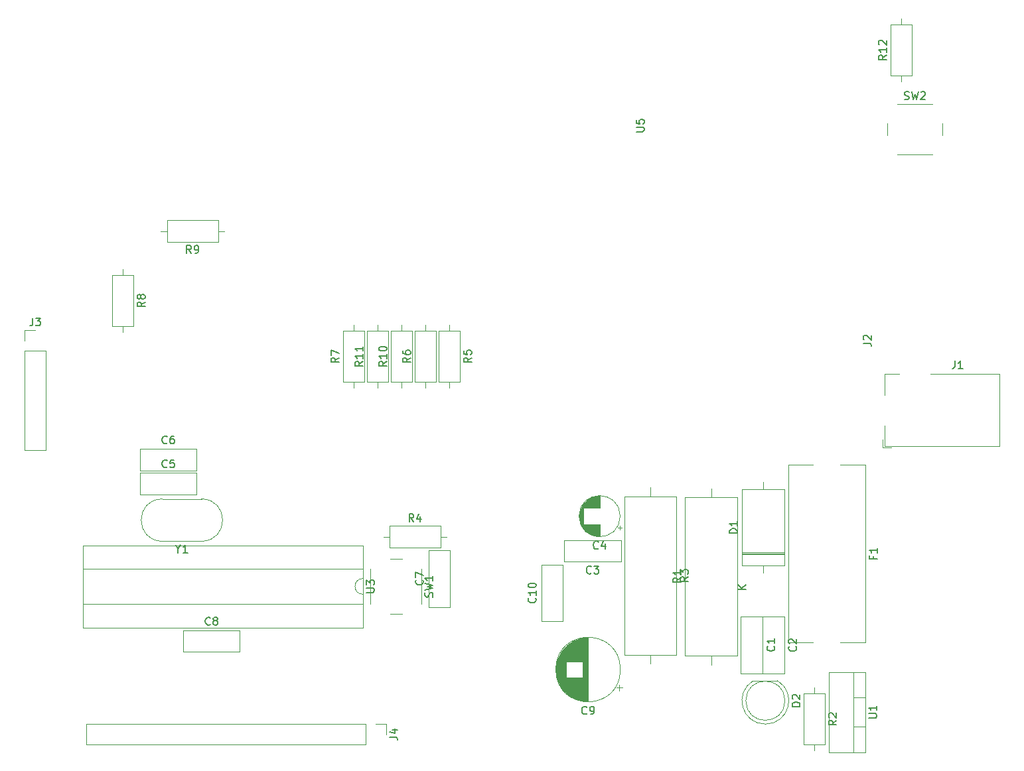
<source format=gbr>
%TF.GenerationSoftware,KiCad,Pcbnew,(5.1.6)-1*%
%TF.CreationDate,2021-04-21T16:58:09+02:00*%
%TF.ProjectId,_7SEG_CONTROL,5f375345-475f-4434-9f4e-54524f4c2e6b,rev?*%
%TF.SameCoordinates,Original*%
%TF.FileFunction,Legend,Top*%
%TF.FilePolarity,Positive*%
%FSLAX46Y46*%
G04 Gerber Fmt 4.6, Leading zero omitted, Abs format (unit mm)*
G04 Created by KiCad (PCBNEW (5.1.6)-1) date 2021-04-21 16:58:09*
%MOMM*%
%LPD*%
G01*
G04 APERTURE LIST*
%ADD10C,0.120000*%
%ADD11C,0.150000*%
G04 APERTURE END LIST*
D10*
%TO.C,SW2*%
X197088000Y-58573001D02*
X201588000Y-58573001D01*
X195838000Y-54573001D02*
X195838000Y-56073001D01*
X201588000Y-52073001D02*
X197088000Y-52073001D01*
X202838000Y-56073001D02*
X202838000Y-54573001D01*
%TO.C,J4*%
X93666000Y-131258000D02*
X93666000Y-133918000D01*
X129286000Y-131258000D02*
X93666000Y-131258000D01*
X129286000Y-133918000D02*
X93666000Y-133918000D01*
X129286000Y-131258000D02*
X129286000Y-133918000D01*
X130556000Y-131258000D02*
X131886000Y-131258000D01*
X131886000Y-131258000D02*
X131886000Y-132588000D01*
%TO.C,C1*%
X179876000Y-124794000D02*
X177136000Y-124794000D01*
X179876000Y-117554000D02*
X177136000Y-117554000D01*
X177136000Y-117554000D02*
X177136000Y-124794000D01*
X179876000Y-117554000D02*
X179876000Y-124794000D01*
%TO.C,C2*%
X182656000Y-117584000D02*
X182656000Y-124824000D01*
X179916000Y-117584000D02*
X179916000Y-124824000D01*
X182656000Y-117584000D02*
X179916000Y-117584000D01*
X182656000Y-124824000D02*
X179916000Y-124824000D01*
%TO.C,C3*%
X154606000Y-110514000D02*
X154606000Y-107774000D01*
X161846000Y-110514000D02*
X161846000Y-107774000D01*
X161846000Y-107774000D02*
X154606000Y-107774000D01*
X161846000Y-110514000D02*
X154606000Y-110514000D01*
%TO.C,C4*%
X161670775Y-106459000D02*
X161670775Y-105959000D01*
X161920775Y-106209000D02*
X161420775Y-106209000D01*
X156515000Y-105018000D02*
X156515000Y-104450000D01*
X156555000Y-105252000D02*
X156555000Y-104216000D01*
X156595000Y-105411000D02*
X156595000Y-104057000D01*
X156635000Y-105539000D02*
X156635000Y-103929000D01*
X156675000Y-105649000D02*
X156675000Y-103819000D01*
X156715000Y-105745000D02*
X156715000Y-103723000D01*
X156755000Y-105832000D02*
X156755000Y-103636000D01*
X156795000Y-105912000D02*
X156795000Y-103556000D01*
X156835000Y-105985000D02*
X156835000Y-103483000D01*
X156875000Y-106053000D02*
X156875000Y-103415000D01*
X156915000Y-106117000D02*
X156915000Y-103351000D01*
X156955000Y-106177000D02*
X156955000Y-103291000D01*
X156995000Y-106234000D02*
X156995000Y-103234000D01*
X157035000Y-106288000D02*
X157035000Y-103180000D01*
X157075000Y-106339000D02*
X157075000Y-103129000D01*
X157115000Y-103694000D02*
X157115000Y-103081000D01*
X157115000Y-106387000D02*
X157115000Y-105774000D01*
X157155000Y-103694000D02*
X157155000Y-103035000D01*
X157155000Y-106433000D02*
X157155000Y-105774000D01*
X157195000Y-103694000D02*
X157195000Y-102991000D01*
X157195000Y-106477000D02*
X157195000Y-105774000D01*
X157235000Y-103694000D02*
X157235000Y-102949000D01*
X157235000Y-106519000D02*
X157235000Y-105774000D01*
X157275000Y-103694000D02*
X157275000Y-102908000D01*
X157275000Y-106560000D02*
X157275000Y-105774000D01*
X157315000Y-103694000D02*
X157315000Y-102870000D01*
X157315000Y-106598000D02*
X157315000Y-105774000D01*
X157355000Y-103694000D02*
X157355000Y-102833000D01*
X157355000Y-106635000D02*
X157355000Y-105774000D01*
X157395000Y-103694000D02*
X157395000Y-102797000D01*
X157395000Y-106671000D02*
X157395000Y-105774000D01*
X157435000Y-103694000D02*
X157435000Y-102763000D01*
X157435000Y-106705000D02*
X157435000Y-105774000D01*
X157475000Y-103694000D02*
X157475000Y-102730000D01*
X157475000Y-106738000D02*
X157475000Y-105774000D01*
X157515000Y-103694000D02*
X157515000Y-102699000D01*
X157515000Y-106769000D02*
X157515000Y-105774000D01*
X157555000Y-103694000D02*
X157555000Y-102669000D01*
X157555000Y-106799000D02*
X157555000Y-105774000D01*
X157595000Y-103694000D02*
X157595000Y-102639000D01*
X157595000Y-106829000D02*
X157595000Y-105774000D01*
X157635000Y-103694000D02*
X157635000Y-102612000D01*
X157635000Y-106856000D02*
X157635000Y-105774000D01*
X157675000Y-103694000D02*
X157675000Y-102585000D01*
X157675000Y-106883000D02*
X157675000Y-105774000D01*
X157715000Y-103694000D02*
X157715000Y-102559000D01*
X157715000Y-106909000D02*
X157715000Y-105774000D01*
X157755000Y-103694000D02*
X157755000Y-102534000D01*
X157755000Y-106934000D02*
X157755000Y-105774000D01*
X157795000Y-103694000D02*
X157795000Y-102510000D01*
X157795000Y-106958000D02*
X157795000Y-105774000D01*
X157835000Y-103694000D02*
X157835000Y-102487000D01*
X157835000Y-106981000D02*
X157835000Y-105774000D01*
X157875000Y-103694000D02*
X157875000Y-102466000D01*
X157875000Y-107002000D02*
X157875000Y-105774000D01*
X157915000Y-103694000D02*
X157915000Y-102444000D01*
X157915000Y-107024000D02*
X157915000Y-105774000D01*
X157955000Y-103694000D02*
X157955000Y-102424000D01*
X157955000Y-107044000D02*
X157955000Y-105774000D01*
X157995000Y-103694000D02*
X157995000Y-102405000D01*
X157995000Y-107063000D02*
X157995000Y-105774000D01*
X158035000Y-103694000D02*
X158035000Y-102386000D01*
X158035000Y-107082000D02*
X158035000Y-105774000D01*
X158075000Y-103694000D02*
X158075000Y-102369000D01*
X158075000Y-107099000D02*
X158075000Y-105774000D01*
X158115000Y-103694000D02*
X158115000Y-102352000D01*
X158115000Y-107116000D02*
X158115000Y-105774000D01*
X158155000Y-103694000D02*
X158155000Y-102336000D01*
X158155000Y-107132000D02*
X158155000Y-105774000D01*
X158195000Y-103694000D02*
X158195000Y-102320000D01*
X158195000Y-107148000D02*
X158195000Y-105774000D01*
X158235000Y-103694000D02*
X158235000Y-102306000D01*
X158235000Y-107162000D02*
X158235000Y-105774000D01*
X158275000Y-103694000D02*
X158275000Y-102292000D01*
X158275000Y-107176000D02*
X158275000Y-105774000D01*
X158315000Y-103694000D02*
X158315000Y-102279000D01*
X158315000Y-107189000D02*
X158315000Y-105774000D01*
X158355000Y-103694000D02*
X158355000Y-102266000D01*
X158355000Y-107202000D02*
X158355000Y-105774000D01*
X158395000Y-103694000D02*
X158395000Y-102254000D01*
X158395000Y-107214000D02*
X158395000Y-105774000D01*
X158436000Y-103694000D02*
X158436000Y-102243000D01*
X158436000Y-107225000D02*
X158436000Y-105774000D01*
X158476000Y-103694000D02*
X158476000Y-102233000D01*
X158476000Y-107235000D02*
X158476000Y-105774000D01*
X158516000Y-103694000D02*
X158516000Y-102223000D01*
X158516000Y-107245000D02*
X158516000Y-105774000D01*
X158556000Y-103694000D02*
X158556000Y-102214000D01*
X158556000Y-107254000D02*
X158556000Y-105774000D01*
X158596000Y-103694000D02*
X158596000Y-102206000D01*
X158596000Y-107262000D02*
X158596000Y-105774000D01*
X158636000Y-103694000D02*
X158636000Y-102198000D01*
X158636000Y-107270000D02*
X158636000Y-105774000D01*
X158676000Y-103694000D02*
X158676000Y-102191000D01*
X158676000Y-107277000D02*
X158676000Y-105774000D01*
X158716000Y-103694000D02*
X158716000Y-102184000D01*
X158716000Y-107284000D02*
X158716000Y-105774000D01*
X158756000Y-103694000D02*
X158756000Y-102178000D01*
X158756000Y-107290000D02*
X158756000Y-105774000D01*
X158796000Y-103694000D02*
X158796000Y-102173000D01*
X158796000Y-107295000D02*
X158796000Y-105774000D01*
X158836000Y-103694000D02*
X158836000Y-102169000D01*
X158836000Y-107299000D02*
X158836000Y-105774000D01*
X158876000Y-103694000D02*
X158876000Y-102165000D01*
X158876000Y-107303000D02*
X158876000Y-105774000D01*
X158916000Y-103694000D02*
X158916000Y-102161000D01*
X158916000Y-107307000D02*
X158916000Y-105774000D01*
X158956000Y-103694000D02*
X158956000Y-102158000D01*
X158956000Y-107310000D02*
X158956000Y-105774000D01*
X158996000Y-103694000D02*
X158996000Y-102156000D01*
X158996000Y-107312000D02*
X158996000Y-105774000D01*
X159036000Y-103694000D02*
X159036000Y-102155000D01*
X159036000Y-107313000D02*
X159036000Y-105774000D01*
X159076000Y-107314000D02*
X159076000Y-105774000D01*
X159076000Y-103694000D02*
X159076000Y-102154000D01*
X159116000Y-107314000D02*
X159116000Y-105774000D01*
X159116000Y-103694000D02*
X159116000Y-102154000D01*
X161736000Y-104734000D02*
G75*
G03*
X161736000Y-104734000I-2620000J0D01*
G01*
%TO.C,C5*%
X100480000Y-99214000D02*
X107720000Y-99214000D01*
X100480000Y-101954000D02*
X107720000Y-101954000D01*
X100480000Y-99214000D02*
X100480000Y-101954000D01*
X107720000Y-99214000D02*
X107720000Y-101954000D01*
%TO.C,C6*%
X107720000Y-96166000D02*
X107720000Y-98906000D01*
X100480000Y-96166000D02*
X100480000Y-98906000D01*
X100480000Y-98906000D02*
X107720000Y-98906000D01*
X100480000Y-96166000D02*
X107720000Y-96166000D01*
%TO.C,C7*%
X137296000Y-109104000D02*
X140036000Y-109104000D01*
X137296000Y-116344000D02*
X140036000Y-116344000D01*
X140036000Y-116344000D02*
X140036000Y-109104000D01*
X137296000Y-116344000D02*
X137296000Y-109104000D01*
%TO.C,C8*%
X105986000Y-119324000D02*
X113226000Y-119324000D01*
X105986000Y-122064000D02*
X113226000Y-122064000D01*
X105986000Y-119324000D02*
X105986000Y-122064000D01*
X113226000Y-119324000D02*
X113226000Y-122064000D01*
%TO.C,C9*%
X161655698Y-127039000D02*
X161655698Y-126239000D01*
X162055698Y-126639000D02*
X161255698Y-126639000D01*
X153565000Y-124857000D02*
X153565000Y-123791000D01*
X153605000Y-125092000D02*
X153605000Y-123556000D01*
X153645000Y-125272000D02*
X153645000Y-123376000D01*
X153685000Y-125422000D02*
X153685000Y-123226000D01*
X153725000Y-125553000D02*
X153725000Y-123095000D01*
X153765000Y-125670000D02*
X153765000Y-122978000D01*
X153805000Y-125777000D02*
X153805000Y-122871000D01*
X153845000Y-125876000D02*
X153845000Y-122772000D01*
X153885000Y-125969000D02*
X153885000Y-122679000D01*
X153925000Y-126055000D02*
X153925000Y-122593000D01*
X153965000Y-126137000D02*
X153965000Y-122511000D01*
X154005000Y-126214000D02*
X154005000Y-122434000D01*
X154045000Y-126288000D02*
X154045000Y-122360000D01*
X154085000Y-126358000D02*
X154085000Y-122290000D01*
X154125000Y-126426000D02*
X154125000Y-122222000D01*
X154165000Y-126490000D02*
X154165000Y-122158000D01*
X154205000Y-126552000D02*
X154205000Y-122096000D01*
X154245000Y-126611000D02*
X154245000Y-122037000D01*
X154285000Y-126669000D02*
X154285000Y-121979000D01*
X154325000Y-126724000D02*
X154325000Y-121924000D01*
X154365000Y-126778000D02*
X154365000Y-121870000D01*
X154405000Y-126829000D02*
X154405000Y-121819000D01*
X154445000Y-126880000D02*
X154445000Y-121768000D01*
X154485000Y-126928000D02*
X154485000Y-121720000D01*
X154525000Y-126975000D02*
X154525000Y-121673000D01*
X154565000Y-127021000D02*
X154565000Y-121627000D01*
X154605000Y-127065000D02*
X154605000Y-121583000D01*
X154645000Y-127108000D02*
X154645000Y-121540000D01*
X154685000Y-127150000D02*
X154685000Y-121498000D01*
X154725000Y-127191000D02*
X154725000Y-121457000D01*
X154765000Y-127231000D02*
X154765000Y-121417000D01*
X154805000Y-127269000D02*
X154805000Y-121379000D01*
X154845000Y-127307000D02*
X154845000Y-121341000D01*
X154885000Y-123284000D02*
X154885000Y-121305000D01*
X154885000Y-127343000D02*
X154885000Y-125364000D01*
X154925000Y-123284000D02*
X154925000Y-121269000D01*
X154925000Y-127379000D02*
X154925000Y-125364000D01*
X154965000Y-123284000D02*
X154965000Y-121234000D01*
X154965000Y-127414000D02*
X154965000Y-125364000D01*
X155005000Y-123284000D02*
X155005000Y-121200000D01*
X155005000Y-127448000D02*
X155005000Y-125364000D01*
X155045000Y-123284000D02*
X155045000Y-121168000D01*
X155045000Y-127480000D02*
X155045000Y-125364000D01*
X155085000Y-123284000D02*
X155085000Y-121135000D01*
X155085000Y-127513000D02*
X155085000Y-125364000D01*
X155125000Y-123284000D02*
X155125000Y-121104000D01*
X155125000Y-127544000D02*
X155125000Y-125364000D01*
X155165000Y-123284000D02*
X155165000Y-121074000D01*
X155165000Y-127574000D02*
X155165000Y-125364000D01*
X155205000Y-123284000D02*
X155205000Y-121044000D01*
X155205000Y-127604000D02*
X155205000Y-125364000D01*
X155245000Y-123284000D02*
X155245000Y-121015000D01*
X155245000Y-127633000D02*
X155245000Y-125364000D01*
X155285000Y-123284000D02*
X155285000Y-120986000D01*
X155285000Y-127662000D02*
X155285000Y-125364000D01*
X155325000Y-123284000D02*
X155325000Y-120959000D01*
X155325000Y-127689000D02*
X155325000Y-125364000D01*
X155365000Y-123284000D02*
X155365000Y-120932000D01*
X155365000Y-127716000D02*
X155365000Y-125364000D01*
X155405000Y-123284000D02*
X155405000Y-120906000D01*
X155405000Y-127742000D02*
X155405000Y-125364000D01*
X155445000Y-123284000D02*
X155445000Y-120880000D01*
X155445000Y-127768000D02*
X155445000Y-125364000D01*
X155485000Y-123284000D02*
X155485000Y-120855000D01*
X155485000Y-127793000D02*
X155485000Y-125364000D01*
X155525000Y-123284000D02*
X155525000Y-120831000D01*
X155525000Y-127817000D02*
X155525000Y-125364000D01*
X155565000Y-123284000D02*
X155565000Y-120807000D01*
X155565000Y-127841000D02*
X155565000Y-125364000D01*
X155605000Y-123284000D02*
X155605000Y-120784000D01*
X155605000Y-127864000D02*
X155605000Y-125364000D01*
X155645000Y-123284000D02*
X155645000Y-120762000D01*
X155645000Y-127886000D02*
X155645000Y-125364000D01*
X155685000Y-123284000D02*
X155685000Y-120740000D01*
X155685000Y-127908000D02*
X155685000Y-125364000D01*
X155725000Y-123284000D02*
X155725000Y-120718000D01*
X155725000Y-127930000D02*
X155725000Y-125364000D01*
X155765000Y-123284000D02*
X155765000Y-120697000D01*
X155765000Y-127951000D02*
X155765000Y-125364000D01*
X155805000Y-123284000D02*
X155805000Y-120677000D01*
X155805000Y-127971000D02*
X155805000Y-125364000D01*
X155845000Y-123284000D02*
X155845000Y-120658000D01*
X155845000Y-127990000D02*
X155845000Y-125364000D01*
X155885000Y-123284000D02*
X155885000Y-120638000D01*
X155885000Y-128010000D02*
X155885000Y-125364000D01*
X155925000Y-123284000D02*
X155925000Y-120620000D01*
X155925000Y-128028000D02*
X155925000Y-125364000D01*
X155965000Y-123284000D02*
X155965000Y-120602000D01*
X155965000Y-128046000D02*
X155965000Y-125364000D01*
X156005000Y-123284000D02*
X156005000Y-120584000D01*
X156005000Y-128064000D02*
X156005000Y-125364000D01*
X156045000Y-123284000D02*
X156045000Y-120567000D01*
X156045000Y-128081000D02*
X156045000Y-125364000D01*
X156085000Y-123284000D02*
X156085000Y-120550000D01*
X156085000Y-128098000D02*
X156085000Y-125364000D01*
X156125000Y-123284000D02*
X156125000Y-120534000D01*
X156125000Y-128114000D02*
X156125000Y-125364000D01*
X156165000Y-123284000D02*
X156165000Y-120519000D01*
X156165000Y-128129000D02*
X156165000Y-125364000D01*
X156205000Y-123284000D02*
X156205000Y-120503000D01*
X156205000Y-128145000D02*
X156205000Y-125364000D01*
X156245000Y-123284000D02*
X156245000Y-120489000D01*
X156245000Y-128159000D02*
X156245000Y-125364000D01*
X156285000Y-123284000D02*
X156285000Y-120474000D01*
X156285000Y-128174000D02*
X156285000Y-125364000D01*
X156325000Y-123284000D02*
X156325000Y-120461000D01*
X156325000Y-128187000D02*
X156325000Y-125364000D01*
X156365000Y-123284000D02*
X156365000Y-120447000D01*
X156365000Y-128201000D02*
X156365000Y-125364000D01*
X156405000Y-123284000D02*
X156405000Y-120435000D01*
X156405000Y-128213000D02*
X156405000Y-125364000D01*
X156445000Y-123284000D02*
X156445000Y-120422000D01*
X156445000Y-128226000D02*
X156445000Y-125364000D01*
X156485000Y-123284000D02*
X156485000Y-120410000D01*
X156485000Y-128238000D02*
X156485000Y-125364000D01*
X156525000Y-123284000D02*
X156525000Y-120399000D01*
X156525000Y-128249000D02*
X156525000Y-125364000D01*
X156565000Y-123284000D02*
X156565000Y-120388000D01*
X156565000Y-128260000D02*
X156565000Y-125364000D01*
X156605000Y-123284000D02*
X156605000Y-120377000D01*
X156605000Y-128271000D02*
X156605000Y-125364000D01*
X156645000Y-123284000D02*
X156645000Y-120367000D01*
X156645000Y-128281000D02*
X156645000Y-125364000D01*
X156685000Y-123284000D02*
X156685000Y-120357000D01*
X156685000Y-128291000D02*
X156685000Y-125364000D01*
X156725000Y-123284000D02*
X156725000Y-120348000D01*
X156725000Y-128300000D02*
X156725000Y-125364000D01*
X156765000Y-123284000D02*
X156765000Y-120339000D01*
X156765000Y-128309000D02*
X156765000Y-125364000D01*
X156805000Y-123284000D02*
X156805000Y-120330000D01*
X156805000Y-128318000D02*
X156805000Y-125364000D01*
X156845000Y-123284000D02*
X156845000Y-120322000D01*
X156845000Y-128326000D02*
X156845000Y-125364000D01*
X156885000Y-123284000D02*
X156885000Y-120314000D01*
X156885000Y-128334000D02*
X156885000Y-125364000D01*
X156925000Y-123284000D02*
X156925000Y-120307000D01*
X156925000Y-128341000D02*
X156925000Y-125364000D01*
X156966000Y-128348000D02*
X156966000Y-120300000D01*
X157006000Y-128354000D02*
X157006000Y-120294000D01*
X157046000Y-128361000D02*
X157046000Y-120287000D01*
X157086000Y-128366000D02*
X157086000Y-120282000D01*
X157126000Y-128372000D02*
X157126000Y-120276000D01*
X157166000Y-128376000D02*
X157166000Y-120272000D01*
X157206000Y-128381000D02*
X157206000Y-120267000D01*
X157246000Y-128385000D02*
X157246000Y-120263000D01*
X157286000Y-128389000D02*
X157286000Y-120259000D01*
X157326000Y-128392000D02*
X157326000Y-120256000D01*
X157366000Y-128395000D02*
X157366000Y-120253000D01*
X157406000Y-128398000D02*
X157406000Y-120250000D01*
X157446000Y-128400000D02*
X157446000Y-120248000D01*
X157486000Y-128401000D02*
X157486000Y-120247000D01*
X157526000Y-128403000D02*
X157526000Y-120245000D01*
X157566000Y-128404000D02*
X157566000Y-120244000D01*
X157606000Y-128404000D02*
X157606000Y-120244000D01*
X157646000Y-128404000D02*
X157646000Y-120244000D01*
X161766000Y-124324000D02*
G75*
G03*
X161766000Y-124324000I-4120000J0D01*
G01*
%TO.C,C10*%
X151686000Y-118164000D02*
X151686000Y-110924000D01*
X154426000Y-118164000D02*
X154426000Y-110924000D01*
X151686000Y-118164000D02*
X154426000Y-118164000D01*
X151686000Y-110924000D02*
X154426000Y-110924000D01*
%TO.C,D1*%
X177236000Y-109609000D02*
X182676000Y-109609000D01*
X177236000Y-109369000D02*
X182676000Y-109369000D01*
X177236000Y-109489000D02*
X182676000Y-109489000D01*
X179956000Y-100384000D02*
X179956000Y-101294000D01*
X179956000Y-111944000D02*
X179956000Y-111034000D01*
X177236000Y-101294000D02*
X177236000Y-111034000D01*
X182676000Y-101294000D02*
X177236000Y-101294000D01*
X182676000Y-111034000D02*
X182676000Y-101294000D01*
X177236000Y-111034000D02*
X182676000Y-111034000D01*
%TO.C,D2*%
X181811000Y-125744000D02*
X178721000Y-125744000D01*
X182766000Y-128304000D02*
G75*
G03*
X182766000Y-128304000I-2500000J0D01*
G01*
X180265538Y-131294000D02*
G75*
G03*
X181810830Y-125744000I462J2990000D01*
G01*
X180266462Y-131294000D02*
G75*
G02*
X178721170Y-125744000I-462J2990000D01*
G01*
%TO.C,F1*%
X183166000Y-98174000D02*
X186326000Y-98174000D01*
X183166000Y-98174000D02*
X183166000Y-120894000D01*
X192986000Y-98174000D02*
X192986000Y-120894000D01*
X189826000Y-98174000D02*
X192986000Y-98174000D01*
X189826000Y-120894000D02*
X192986000Y-120894000D01*
X183166000Y-120894000D02*
X186326000Y-120894000D01*
%TO.C,J1*%
X195442000Y-95786000D02*
X195442000Y-93186000D01*
X210142000Y-95786000D02*
X195442000Y-95786000D01*
X195442000Y-86586000D02*
X197342000Y-86586000D01*
X195442000Y-89286000D02*
X195442000Y-86586000D01*
X210142000Y-86586000D02*
X210142000Y-95786000D01*
X201342000Y-86586000D02*
X210142000Y-86586000D01*
X196292000Y-95986000D02*
X195242000Y-95986000D01*
X195242000Y-94936000D02*
X195242000Y-95986000D01*
%TO.C,R1*%
X170036000Y-122554000D02*
X176676000Y-122554000D01*
X176676000Y-122554000D02*
X176676000Y-102314000D01*
X176676000Y-102314000D02*
X170036000Y-102314000D01*
X170036000Y-102314000D02*
X170036000Y-122554000D01*
X173356000Y-123694000D02*
X173356000Y-122554000D01*
X173356000Y-101174000D02*
X173356000Y-102314000D01*
%TO.C,R2*%
X187876000Y-127374000D02*
X185136000Y-127374000D01*
X185136000Y-127374000D02*
X185136000Y-133914000D01*
X185136000Y-133914000D02*
X187876000Y-133914000D01*
X187876000Y-133914000D02*
X187876000Y-127374000D01*
X186506000Y-126604000D02*
X186506000Y-127374000D01*
X186506000Y-134684000D02*
X186506000Y-133914000D01*
%TO.C,R3*%
X165616000Y-123584000D02*
X165616000Y-122444000D01*
X165616000Y-101064000D02*
X165616000Y-102204000D01*
X168936000Y-122444000D02*
X168936000Y-102204000D01*
X162296000Y-122444000D02*
X168936000Y-122444000D01*
X162296000Y-102204000D02*
X162296000Y-122444000D01*
X168936000Y-102204000D02*
X162296000Y-102204000D01*
%TO.C,R4*%
X139596000Y-107354000D02*
X138826000Y-107354000D01*
X131516000Y-107354000D02*
X132286000Y-107354000D01*
X138826000Y-105984000D02*
X132286000Y-105984000D01*
X138826000Y-108724000D02*
X138826000Y-105984000D01*
X132286000Y-108724000D02*
X138826000Y-108724000D01*
X132286000Y-105984000D02*
X132286000Y-108724000D01*
%TO.C,SW1*%
X132386000Y-117224000D02*
X133886000Y-117224000D01*
X136386000Y-115974000D02*
X136386000Y-111474000D01*
X133886000Y-110224000D02*
X132386000Y-110224000D01*
X129886000Y-111474000D02*
X129886000Y-115974000D01*
%TO.C,U1*%
X193006000Y-131605000D02*
X191496000Y-131605000D01*
X193006000Y-127904000D02*
X191496000Y-127904000D01*
X191496000Y-124634000D02*
X191496000Y-134874000D01*
X193006000Y-134874000D02*
X188365000Y-134874000D01*
X193006000Y-124634000D02*
X188365000Y-124634000D01*
X188365000Y-124634000D02*
X188365000Y-134874000D01*
X193006000Y-124634000D02*
X193006000Y-134874000D01*
%TO.C,U3*%
X128966000Y-118954000D02*
X128966000Y-108454000D01*
X93166000Y-118954000D02*
X128966000Y-118954000D01*
X93166000Y-108454000D02*
X93166000Y-118954000D01*
X128966000Y-108454000D02*
X93166000Y-108454000D01*
X128906000Y-115954000D02*
X128906000Y-114704000D01*
X93226000Y-115954000D02*
X128906000Y-115954000D01*
X93226000Y-111454000D02*
X93226000Y-115954000D01*
X128906000Y-111454000D02*
X93226000Y-111454000D01*
X128906000Y-112704000D02*
X128906000Y-111454000D01*
X128906000Y-114704000D02*
G75*
G02*
X128906000Y-112704000I0J1000000D01*
G01*
%TO.C,Y1*%
X108326000Y-102534000D02*
X103326000Y-102534000D01*
X108326000Y-107934000D02*
X103326000Y-107934000D01*
X108326000Y-102534000D02*
G75*
G02*
X108326000Y-107934000I0J-2700000D01*
G01*
X103326000Y-102534000D02*
G75*
G03*
X103326000Y-107934000I0J-2700000D01*
G01*
%TO.C,R5*%
X141324000Y-81058000D02*
X138584000Y-81058000D01*
X138584000Y-81058000D02*
X138584000Y-87598000D01*
X138584000Y-87598000D02*
X141324000Y-87598000D01*
X141324000Y-87598000D02*
X141324000Y-81058000D01*
X139954000Y-80288000D02*
X139954000Y-81058000D01*
X139954000Y-88368000D02*
X139954000Y-87598000D01*
%TO.C,R6*%
X136906000Y-80288000D02*
X136906000Y-81058000D01*
X136906000Y-88368000D02*
X136906000Y-87598000D01*
X135536000Y-81058000D02*
X135536000Y-87598000D01*
X138276000Y-81058000D02*
X135536000Y-81058000D01*
X138276000Y-87598000D02*
X138276000Y-81058000D01*
X135536000Y-87598000D02*
X138276000Y-87598000D01*
%TO.C,R7*%
X126392000Y-87598000D02*
X129132000Y-87598000D01*
X129132000Y-87598000D02*
X129132000Y-81058000D01*
X129132000Y-81058000D02*
X126392000Y-81058000D01*
X126392000Y-81058000D02*
X126392000Y-87598000D01*
X127762000Y-88368000D02*
X127762000Y-87598000D01*
X127762000Y-80288000D02*
X127762000Y-81058000D01*
%TO.C,R8*%
X99668000Y-73946000D02*
X96928000Y-73946000D01*
X96928000Y-73946000D02*
X96928000Y-80486000D01*
X96928000Y-80486000D02*
X99668000Y-80486000D01*
X99668000Y-80486000D02*
X99668000Y-73946000D01*
X98298000Y-73176000D02*
X98298000Y-73946000D01*
X98298000Y-81256000D02*
X98298000Y-80486000D01*
%TO.C,R9*%
X103148000Y-68326000D02*
X103918000Y-68326000D01*
X111228000Y-68326000D02*
X110458000Y-68326000D01*
X103918000Y-69696000D02*
X110458000Y-69696000D01*
X103918000Y-66956000D02*
X103918000Y-69696000D01*
X110458000Y-66956000D02*
X103918000Y-66956000D01*
X110458000Y-69696000D02*
X110458000Y-66956000D01*
%TO.C,R10*%
X132488000Y-87598000D02*
X135228000Y-87598000D01*
X135228000Y-87598000D02*
X135228000Y-81058000D01*
X135228000Y-81058000D02*
X132488000Y-81058000D01*
X132488000Y-81058000D02*
X132488000Y-87598000D01*
X133858000Y-88368000D02*
X133858000Y-87598000D01*
X133858000Y-80288000D02*
X133858000Y-81058000D01*
%TO.C,R11*%
X130810000Y-80288000D02*
X130810000Y-81058000D01*
X130810000Y-88368000D02*
X130810000Y-87598000D01*
X129440000Y-81058000D02*
X129440000Y-87598000D01*
X132180000Y-81058000D02*
X129440000Y-81058000D01*
X132180000Y-87598000D02*
X132180000Y-81058000D01*
X129440000Y-87598000D02*
X132180000Y-87598000D01*
%TO.C,R12*%
X196242000Y-48482000D02*
X198982000Y-48482000D01*
X198982000Y-48482000D02*
X198982000Y-41942000D01*
X198982000Y-41942000D02*
X196242000Y-41942000D01*
X196242000Y-41942000D02*
X196242000Y-48482000D01*
X197612000Y-49252000D02*
X197612000Y-48482000D01*
X197612000Y-41172000D02*
X197612000Y-41942000D01*
%TO.C,J3*%
X85792000Y-80966000D02*
X87122000Y-80966000D01*
X85792000Y-82296000D02*
X85792000Y-80966000D01*
X85792000Y-83566000D02*
X88452000Y-83566000D01*
X88452000Y-83566000D02*
X88452000Y-96326000D01*
X85792000Y-83566000D02*
X85792000Y-96326000D01*
X85792000Y-96326000D02*
X88452000Y-96326000D01*
%TO.C,U5*%
D11*
X163798380Y-55625904D02*
X164607904Y-55625904D01*
X164703142Y-55578285D01*
X164750761Y-55530666D01*
X164798380Y-55435428D01*
X164798380Y-55244952D01*
X164750761Y-55149714D01*
X164703142Y-55102095D01*
X164607904Y-55054476D01*
X163798380Y-55054476D01*
X163798380Y-54102095D02*
X163798380Y-54578285D01*
X164274571Y-54625904D01*
X164226952Y-54578285D01*
X164179333Y-54483047D01*
X164179333Y-54244952D01*
X164226952Y-54149714D01*
X164274571Y-54102095D01*
X164369809Y-54054476D01*
X164607904Y-54054476D01*
X164703142Y-54102095D01*
X164750761Y-54149714D01*
X164798380Y-54244952D01*
X164798380Y-54483047D01*
X164750761Y-54578285D01*
X164703142Y-54625904D01*
%TO.C,SW2*%
X198004666Y-51477762D02*
X198147523Y-51525381D01*
X198385619Y-51525381D01*
X198480857Y-51477762D01*
X198528476Y-51430143D01*
X198576095Y-51334905D01*
X198576095Y-51239667D01*
X198528476Y-51144429D01*
X198480857Y-51096810D01*
X198385619Y-51049191D01*
X198195142Y-51001572D01*
X198099904Y-50953953D01*
X198052285Y-50906334D01*
X198004666Y-50811096D01*
X198004666Y-50715858D01*
X198052285Y-50620620D01*
X198099904Y-50573001D01*
X198195142Y-50525381D01*
X198433238Y-50525381D01*
X198576095Y-50573001D01*
X198909428Y-50525381D02*
X199147523Y-51525381D01*
X199338000Y-50811096D01*
X199528476Y-51525381D01*
X199766571Y-50525381D01*
X200099904Y-50620620D02*
X200147523Y-50573001D01*
X200242761Y-50525381D01*
X200480857Y-50525381D01*
X200576095Y-50573001D01*
X200623714Y-50620620D01*
X200671333Y-50715858D01*
X200671333Y-50811096D01*
X200623714Y-50953953D01*
X200052285Y-51525381D01*
X200671333Y-51525381D01*
%TO.C,J4*%
X132338380Y-132921333D02*
X133052666Y-132921333D01*
X133195523Y-132968952D01*
X133290761Y-133064190D01*
X133338380Y-133207047D01*
X133338380Y-133302285D01*
X132671714Y-132016571D02*
X133338380Y-132016571D01*
X132290761Y-132254666D02*
X133005047Y-132492761D01*
X133005047Y-131873714D01*
%TO.C,C1*%
X181363142Y-121340666D02*
X181410761Y-121388285D01*
X181458380Y-121531142D01*
X181458380Y-121626380D01*
X181410761Y-121769238D01*
X181315523Y-121864476D01*
X181220285Y-121912095D01*
X181029809Y-121959714D01*
X180886952Y-121959714D01*
X180696476Y-121912095D01*
X180601238Y-121864476D01*
X180506000Y-121769238D01*
X180458380Y-121626380D01*
X180458380Y-121531142D01*
X180506000Y-121388285D01*
X180553619Y-121340666D01*
X181458380Y-120388285D02*
X181458380Y-120959714D01*
X181458380Y-120674000D02*
X180458380Y-120674000D01*
X180601238Y-120769238D01*
X180696476Y-120864476D01*
X180744095Y-120959714D01*
%TO.C,C2*%
X184143142Y-121370666D02*
X184190761Y-121418285D01*
X184238380Y-121561142D01*
X184238380Y-121656380D01*
X184190761Y-121799238D01*
X184095523Y-121894476D01*
X184000285Y-121942095D01*
X183809809Y-121989714D01*
X183666952Y-121989714D01*
X183476476Y-121942095D01*
X183381238Y-121894476D01*
X183286000Y-121799238D01*
X183238380Y-121656380D01*
X183238380Y-121561142D01*
X183286000Y-121418285D01*
X183333619Y-121370666D01*
X183333619Y-120989714D02*
X183286000Y-120942095D01*
X183238380Y-120846857D01*
X183238380Y-120608761D01*
X183286000Y-120513523D01*
X183333619Y-120465904D01*
X183428857Y-120418285D01*
X183524095Y-120418285D01*
X183666952Y-120465904D01*
X184238380Y-121037333D01*
X184238380Y-120418285D01*
%TO.C,C3*%
X158059333Y-112001142D02*
X158011714Y-112048761D01*
X157868857Y-112096380D01*
X157773619Y-112096380D01*
X157630761Y-112048761D01*
X157535523Y-111953523D01*
X157487904Y-111858285D01*
X157440285Y-111667809D01*
X157440285Y-111524952D01*
X157487904Y-111334476D01*
X157535523Y-111239238D01*
X157630761Y-111144000D01*
X157773619Y-111096380D01*
X157868857Y-111096380D01*
X158011714Y-111144000D01*
X158059333Y-111191619D01*
X158392666Y-111096380D02*
X159011714Y-111096380D01*
X158678380Y-111477333D01*
X158821238Y-111477333D01*
X158916476Y-111524952D01*
X158964095Y-111572571D01*
X159011714Y-111667809D01*
X159011714Y-111905904D01*
X158964095Y-112001142D01*
X158916476Y-112048761D01*
X158821238Y-112096380D01*
X158535523Y-112096380D01*
X158440285Y-112048761D01*
X158392666Y-112001142D01*
%TO.C,C4*%
X158949333Y-108841142D02*
X158901714Y-108888761D01*
X158758857Y-108936380D01*
X158663619Y-108936380D01*
X158520761Y-108888761D01*
X158425523Y-108793523D01*
X158377904Y-108698285D01*
X158330285Y-108507809D01*
X158330285Y-108364952D01*
X158377904Y-108174476D01*
X158425523Y-108079238D01*
X158520761Y-107984000D01*
X158663619Y-107936380D01*
X158758857Y-107936380D01*
X158901714Y-107984000D01*
X158949333Y-108031619D01*
X159806476Y-108269714D02*
X159806476Y-108936380D01*
X159568380Y-107888761D02*
X159330285Y-108603047D01*
X159949333Y-108603047D01*
%TO.C,C5*%
X103933333Y-98441142D02*
X103885714Y-98488761D01*
X103742857Y-98536380D01*
X103647619Y-98536380D01*
X103504761Y-98488761D01*
X103409523Y-98393523D01*
X103361904Y-98298285D01*
X103314285Y-98107809D01*
X103314285Y-97964952D01*
X103361904Y-97774476D01*
X103409523Y-97679238D01*
X103504761Y-97584000D01*
X103647619Y-97536380D01*
X103742857Y-97536380D01*
X103885714Y-97584000D01*
X103933333Y-97631619D01*
X104838095Y-97536380D02*
X104361904Y-97536380D01*
X104314285Y-98012571D01*
X104361904Y-97964952D01*
X104457142Y-97917333D01*
X104695238Y-97917333D01*
X104790476Y-97964952D01*
X104838095Y-98012571D01*
X104885714Y-98107809D01*
X104885714Y-98345904D01*
X104838095Y-98441142D01*
X104790476Y-98488761D01*
X104695238Y-98536380D01*
X104457142Y-98536380D01*
X104361904Y-98488761D01*
X104314285Y-98441142D01*
%TO.C,C6*%
X103933333Y-95393142D02*
X103885714Y-95440761D01*
X103742857Y-95488380D01*
X103647619Y-95488380D01*
X103504761Y-95440761D01*
X103409523Y-95345523D01*
X103361904Y-95250285D01*
X103314285Y-95059809D01*
X103314285Y-94916952D01*
X103361904Y-94726476D01*
X103409523Y-94631238D01*
X103504761Y-94536000D01*
X103647619Y-94488380D01*
X103742857Y-94488380D01*
X103885714Y-94536000D01*
X103933333Y-94583619D01*
X104790476Y-94488380D02*
X104600000Y-94488380D01*
X104504761Y-94536000D01*
X104457142Y-94583619D01*
X104361904Y-94726476D01*
X104314285Y-94916952D01*
X104314285Y-95297904D01*
X104361904Y-95393142D01*
X104409523Y-95440761D01*
X104504761Y-95488380D01*
X104695238Y-95488380D01*
X104790476Y-95440761D01*
X104838095Y-95393142D01*
X104885714Y-95297904D01*
X104885714Y-95059809D01*
X104838095Y-94964571D01*
X104790476Y-94916952D01*
X104695238Y-94869333D01*
X104504761Y-94869333D01*
X104409523Y-94916952D01*
X104361904Y-94964571D01*
X104314285Y-95059809D01*
%TO.C,C7*%
X136523142Y-112890666D02*
X136570761Y-112938285D01*
X136618380Y-113081142D01*
X136618380Y-113176380D01*
X136570761Y-113319238D01*
X136475523Y-113414476D01*
X136380285Y-113462095D01*
X136189809Y-113509714D01*
X136046952Y-113509714D01*
X135856476Y-113462095D01*
X135761238Y-113414476D01*
X135666000Y-113319238D01*
X135618380Y-113176380D01*
X135618380Y-113081142D01*
X135666000Y-112938285D01*
X135713619Y-112890666D01*
X135618380Y-112557333D02*
X135618380Y-111890666D01*
X136618380Y-112319238D01*
%TO.C,C8*%
X109439333Y-118551142D02*
X109391714Y-118598761D01*
X109248857Y-118646380D01*
X109153619Y-118646380D01*
X109010761Y-118598761D01*
X108915523Y-118503523D01*
X108867904Y-118408285D01*
X108820285Y-118217809D01*
X108820285Y-118074952D01*
X108867904Y-117884476D01*
X108915523Y-117789238D01*
X109010761Y-117694000D01*
X109153619Y-117646380D01*
X109248857Y-117646380D01*
X109391714Y-117694000D01*
X109439333Y-117741619D01*
X110010761Y-118074952D02*
X109915523Y-118027333D01*
X109867904Y-117979714D01*
X109820285Y-117884476D01*
X109820285Y-117836857D01*
X109867904Y-117741619D01*
X109915523Y-117694000D01*
X110010761Y-117646380D01*
X110201238Y-117646380D01*
X110296476Y-117694000D01*
X110344095Y-117741619D01*
X110391714Y-117836857D01*
X110391714Y-117884476D01*
X110344095Y-117979714D01*
X110296476Y-118027333D01*
X110201238Y-118074952D01*
X110010761Y-118074952D01*
X109915523Y-118122571D01*
X109867904Y-118170190D01*
X109820285Y-118265428D01*
X109820285Y-118455904D01*
X109867904Y-118551142D01*
X109915523Y-118598761D01*
X110010761Y-118646380D01*
X110201238Y-118646380D01*
X110296476Y-118598761D01*
X110344095Y-118551142D01*
X110391714Y-118455904D01*
X110391714Y-118265428D01*
X110344095Y-118170190D01*
X110296476Y-118122571D01*
X110201238Y-118074952D01*
%TO.C,C9*%
X157479333Y-129931142D02*
X157431714Y-129978761D01*
X157288857Y-130026380D01*
X157193619Y-130026380D01*
X157050761Y-129978761D01*
X156955523Y-129883523D01*
X156907904Y-129788285D01*
X156860285Y-129597809D01*
X156860285Y-129454952D01*
X156907904Y-129264476D01*
X156955523Y-129169238D01*
X157050761Y-129074000D01*
X157193619Y-129026380D01*
X157288857Y-129026380D01*
X157431714Y-129074000D01*
X157479333Y-129121619D01*
X157955523Y-130026380D02*
X158146000Y-130026380D01*
X158241238Y-129978761D01*
X158288857Y-129931142D01*
X158384095Y-129788285D01*
X158431714Y-129597809D01*
X158431714Y-129216857D01*
X158384095Y-129121619D01*
X158336476Y-129074000D01*
X158241238Y-129026380D01*
X158050761Y-129026380D01*
X157955523Y-129074000D01*
X157907904Y-129121619D01*
X157860285Y-129216857D01*
X157860285Y-129454952D01*
X157907904Y-129550190D01*
X157955523Y-129597809D01*
X158050761Y-129645428D01*
X158241238Y-129645428D01*
X158336476Y-129597809D01*
X158384095Y-129550190D01*
X158431714Y-129454952D01*
%TO.C,C10*%
X150913142Y-115186857D02*
X150960761Y-115234476D01*
X151008380Y-115377333D01*
X151008380Y-115472571D01*
X150960761Y-115615428D01*
X150865523Y-115710666D01*
X150770285Y-115758285D01*
X150579809Y-115805904D01*
X150436952Y-115805904D01*
X150246476Y-115758285D01*
X150151238Y-115710666D01*
X150056000Y-115615428D01*
X150008380Y-115472571D01*
X150008380Y-115377333D01*
X150056000Y-115234476D01*
X150103619Y-115186857D01*
X151008380Y-114234476D02*
X151008380Y-114805904D01*
X151008380Y-114520190D02*
X150008380Y-114520190D01*
X150151238Y-114615428D01*
X150246476Y-114710666D01*
X150294095Y-114805904D01*
X150008380Y-113615428D02*
X150008380Y-113520190D01*
X150056000Y-113424952D01*
X150103619Y-113377333D01*
X150198857Y-113329714D01*
X150389333Y-113282095D01*
X150627428Y-113282095D01*
X150817904Y-113329714D01*
X150913142Y-113377333D01*
X150960761Y-113424952D01*
X151008380Y-113520190D01*
X151008380Y-113615428D01*
X150960761Y-113710666D01*
X150913142Y-113758285D01*
X150817904Y-113805904D01*
X150627428Y-113853523D01*
X150389333Y-113853523D01*
X150198857Y-113805904D01*
X150103619Y-113758285D01*
X150056000Y-113710666D01*
X150008380Y-113615428D01*
%TO.C,D1*%
X176688380Y-106902095D02*
X175688380Y-106902095D01*
X175688380Y-106664000D01*
X175736000Y-106521142D01*
X175831238Y-106425904D01*
X175926476Y-106378285D01*
X176116952Y-106330666D01*
X176259809Y-106330666D01*
X176450285Y-106378285D01*
X176545523Y-106425904D01*
X176640761Y-106521142D01*
X176688380Y-106664000D01*
X176688380Y-106902095D01*
X176688380Y-105378285D02*
X176688380Y-105949714D01*
X176688380Y-105664000D02*
X175688380Y-105664000D01*
X175831238Y-105759238D01*
X175926476Y-105854476D01*
X175974095Y-105949714D01*
X177808380Y-114045904D02*
X176808380Y-114045904D01*
X177808380Y-113474476D02*
X177236952Y-113903047D01*
X176808380Y-113474476D02*
X177379809Y-114045904D01*
%TO.C,D2*%
X184678380Y-129042095D02*
X183678380Y-129042095D01*
X183678380Y-128804000D01*
X183726000Y-128661142D01*
X183821238Y-128565904D01*
X183916476Y-128518285D01*
X184106952Y-128470666D01*
X184249809Y-128470666D01*
X184440285Y-128518285D01*
X184535523Y-128565904D01*
X184630761Y-128661142D01*
X184678380Y-128804000D01*
X184678380Y-129042095D01*
X183773619Y-128089714D02*
X183726000Y-128042095D01*
X183678380Y-127946857D01*
X183678380Y-127708761D01*
X183726000Y-127613523D01*
X183773619Y-127565904D01*
X183868857Y-127518285D01*
X183964095Y-127518285D01*
X184106952Y-127565904D01*
X184678380Y-128137333D01*
X184678380Y-127518285D01*
%TO.C,F1*%
X194004571Y-109867333D02*
X194004571Y-110200666D01*
X194528380Y-110200666D02*
X193528380Y-110200666D01*
X193528380Y-109724476D01*
X194528380Y-108819714D02*
X194528380Y-109391142D01*
X194528380Y-109105428D02*
X193528380Y-109105428D01*
X193671238Y-109200666D01*
X193766476Y-109295904D01*
X193814095Y-109391142D01*
%TO.C,J1*%
X204458666Y-84888380D02*
X204458666Y-85602666D01*
X204411047Y-85745523D01*
X204315809Y-85840761D01*
X204172952Y-85888380D01*
X204077714Y-85888380D01*
X205458666Y-85888380D02*
X204887238Y-85888380D01*
X205172952Y-85888380D02*
X205172952Y-84888380D01*
X205077714Y-85031238D01*
X204982476Y-85126476D01*
X204887238Y-85174095D01*
%TO.C,R1*%
X169488380Y-112600666D02*
X169012190Y-112934000D01*
X169488380Y-113172095D02*
X168488380Y-113172095D01*
X168488380Y-112791142D01*
X168536000Y-112695904D01*
X168583619Y-112648285D01*
X168678857Y-112600666D01*
X168821714Y-112600666D01*
X168916952Y-112648285D01*
X168964571Y-112695904D01*
X169012190Y-112791142D01*
X169012190Y-113172095D01*
X169488380Y-111648285D02*
X169488380Y-112219714D01*
X169488380Y-111934000D02*
X168488380Y-111934000D01*
X168631238Y-112029238D01*
X168726476Y-112124476D01*
X168774095Y-112219714D01*
%TO.C,R2*%
X189328380Y-130810666D02*
X188852190Y-131144000D01*
X189328380Y-131382095D02*
X188328380Y-131382095D01*
X188328380Y-131001142D01*
X188376000Y-130905904D01*
X188423619Y-130858285D01*
X188518857Y-130810666D01*
X188661714Y-130810666D01*
X188756952Y-130858285D01*
X188804571Y-130905904D01*
X188852190Y-131001142D01*
X188852190Y-131382095D01*
X188423619Y-130429714D02*
X188376000Y-130382095D01*
X188328380Y-130286857D01*
X188328380Y-130048761D01*
X188376000Y-129953523D01*
X188423619Y-129905904D01*
X188518857Y-129858285D01*
X188614095Y-129858285D01*
X188756952Y-129905904D01*
X189328380Y-130477333D01*
X189328380Y-129858285D01*
%TO.C,R3*%
X170388380Y-112490666D02*
X169912190Y-112824000D01*
X170388380Y-113062095D02*
X169388380Y-113062095D01*
X169388380Y-112681142D01*
X169436000Y-112585904D01*
X169483619Y-112538285D01*
X169578857Y-112490666D01*
X169721714Y-112490666D01*
X169816952Y-112538285D01*
X169864571Y-112585904D01*
X169912190Y-112681142D01*
X169912190Y-113062095D01*
X169388380Y-112157333D02*
X169388380Y-111538285D01*
X169769333Y-111871619D01*
X169769333Y-111728761D01*
X169816952Y-111633523D01*
X169864571Y-111585904D01*
X169959809Y-111538285D01*
X170197904Y-111538285D01*
X170293142Y-111585904D01*
X170340761Y-111633523D01*
X170388380Y-111728761D01*
X170388380Y-112014476D01*
X170340761Y-112109714D01*
X170293142Y-112157333D01*
%TO.C,R4*%
X135389333Y-105436380D02*
X135056000Y-104960190D01*
X134817904Y-105436380D02*
X134817904Y-104436380D01*
X135198857Y-104436380D01*
X135294095Y-104484000D01*
X135341714Y-104531619D01*
X135389333Y-104626857D01*
X135389333Y-104769714D01*
X135341714Y-104864952D01*
X135294095Y-104912571D01*
X135198857Y-104960190D01*
X134817904Y-104960190D01*
X136246476Y-104769714D02*
X136246476Y-105436380D01*
X136008380Y-104388761D02*
X135770285Y-105103047D01*
X136389333Y-105103047D01*
%TO.C,SW1*%
X137790761Y-115057333D02*
X137838380Y-114914476D01*
X137838380Y-114676380D01*
X137790761Y-114581142D01*
X137743142Y-114533523D01*
X137647904Y-114485904D01*
X137552666Y-114485904D01*
X137457428Y-114533523D01*
X137409809Y-114581142D01*
X137362190Y-114676380D01*
X137314571Y-114866857D01*
X137266952Y-114962095D01*
X137219333Y-115009714D01*
X137124095Y-115057333D01*
X137028857Y-115057333D01*
X136933619Y-115009714D01*
X136886000Y-114962095D01*
X136838380Y-114866857D01*
X136838380Y-114628761D01*
X136886000Y-114485904D01*
X136838380Y-114152571D02*
X137838380Y-113914476D01*
X137124095Y-113724000D01*
X137838380Y-113533523D01*
X136838380Y-113295428D01*
X137838380Y-112390666D02*
X137838380Y-112962095D01*
X137838380Y-112676380D02*
X136838380Y-112676380D01*
X136981238Y-112771619D01*
X137076476Y-112866857D01*
X137124095Y-112962095D01*
%TO.C,U1*%
X193458380Y-130515904D02*
X194267904Y-130515904D01*
X194363142Y-130468285D01*
X194410761Y-130420666D01*
X194458380Y-130325428D01*
X194458380Y-130134952D01*
X194410761Y-130039714D01*
X194363142Y-129992095D01*
X194267904Y-129944476D01*
X193458380Y-129944476D01*
X194458380Y-128944476D02*
X194458380Y-129515904D01*
X194458380Y-129230190D02*
X193458380Y-129230190D01*
X193601238Y-129325428D01*
X193696476Y-129420666D01*
X193744095Y-129515904D01*
%TO.C,U3*%
X129358380Y-114465904D02*
X130167904Y-114465904D01*
X130263142Y-114418285D01*
X130310761Y-114370666D01*
X130358380Y-114275428D01*
X130358380Y-114084952D01*
X130310761Y-113989714D01*
X130263142Y-113942095D01*
X130167904Y-113894476D01*
X129358380Y-113894476D01*
X129358380Y-113513523D02*
X129358380Y-112894476D01*
X129739333Y-113227809D01*
X129739333Y-113084952D01*
X129786952Y-112989714D01*
X129834571Y-112942095D01*
X129929809Y-112894476D01*
X130167904Y-112894476D01*
X130263142Y-112942095D01*
X130310761Y-112989714D01*
X130358380Y-113084952D01*
X130358380Y-113370666D01*
X130310761Y-113465904D01*
X130263142Y-113513523D01*
%TO.C,Y1*%
X105349809Y-108910190D02*
X105349809Y-109386380D01*
X105016476Y-108386380D02*
X105349809Y-108910190D01*
X105683142Y-108386380D01*
X106540285Y-109386380D02*
X105968857Y-109386380D01*
X106254571Y-109386380D02*
X106254571Y-108386380D01*
X106159333Y-108529238D01*
X106064095Y-108624476D01*
X105968857Y-108672095D01*
%TO.C,R5*%
X142776380Y-84494666D02*
X142300190Y-84828000D01*
X142776380Y-85066095D02*
X141776380Y-85066095D01*
X141776380Y-84685142D01*
X141824000Y-84589904D01*
X141871619Y-84542285D01*
X141966857Y-84494666D01*
X142109714Y-84494666D01*
X142204952Y-84542285D01*
X142252571Y-84589904D01*
X142300190Y-84685142D01*
X142300190Y-85066095D01*
X141776380Y-83589904D02*
X141776380Y-84066095D01*
X142252571Y-84113714D01*
X142204952Y-84066095D01*
X142157333Y-83970857D01*
X142157333Y-83732761D01*
X142204952Y-83637523D01*
X142252571Y-83589904D01*
X142347809Y-83542285D01*
X142585904Y-83542285D01*
X142681142Y-83589904D01*
X142728761Y-83637523D01*
X142776380Y-83732761D01*
X142776380Y-83970857D01*
X142728761Y-84066095D01*
X142681142Y-84113714D01*
%TO.C,R6*%
X134988380Y-84494666D02*
X134512190Y-84828000D01*
X134988380Y-85066095D02*
X133988380Y-85066095D01*
X133988380Y-84685142D01*
X134036000Y-84589904D01*
X134083619Y-84542285D01*
X134178857Y-84494666D01*
X134321714Y-84494666D01*
X134416952Y-84542285D01*
X134464571Y-84589904D01*
X134512190Y-84685142D01*
X134512190Y-85066095D01*
X133988380Y-83637523D02*
X133988380Y-83828000D01*
X134036000Y-83923238D01*
X134083619Y-83970857D01*
X134226476Y-84066095D01*
X134416952Y-84113714D01*
X134797904Y-84113714D01*
X134893142Y-84066095D01*
X134940761Y-84018476D01*
X134988380Y-83923238D01*
X134988380Y-83732761D01*
X134940761Y-83637523D01*
X134893142Y-83589904D01*
X134797904Y-83542285D01*
X134559809Y-83542285D01*
X134464571Y-83589904D01*
X134416952Y-83637523D01*
X134369333Y-83732761D01*
X134369333Y-83923238D01*
X134416952Y-84018476D01*
X134464571Y-84066095D01*
X134559809Y-84113714D01*
%TO.C,R7*%
X125844380Y-84494666D02*
X125368190Y-84828000D01*
X125844380Y-85066095D02*
X124844380Y-85066095D01*
X124844380Y-84685142D01*
X124892000Y-84589904D01*
X124939619Y-84542285D01*
X125034857Y-84494666D01*
X125177714Y-84494666D01*
X125272952Y-84542285D01*
X125320571Y-84589904D01*
X125368190Y-84685142D01*
X125368190Y-85066095D01*
X124844380Y-84161333D02*
X124844380Y-83494666D01*
X125844380Y-83923238D01*
%TO.C,R8*%
X101120380Y-77382666D02*
X100644190Y-77716000D01*
X101120380Y-77954095D02*
X100120380Y-77954095D01*
X100120380Y-77573142D01*
X100168000Y-77477904D01*
X100215619Y-77430285D01*
X100310857Y-77382666D01*
X100453714Y-77382666D01*
X100548952Y-77430285D01*
X100596571Y-77477904D01*
X100644190Y-77573142D01*
X100644190Y-77954095D01*
X100548952Y-76811238D02*
X100501333Y-76906476D01*
X100453714Y-76954095D01*
X100358476Y-77001714D01*
X100310857Y-77001714D01*
X100215619Y-76954095D01*
X100168000Y-76906476D01*
X100120380Y-76811238D01*
X100120380Y-76620761D01*
X100168000Y-76525523D01*
X100215619Y-76477904D01*
X100310857Y-76430285D01*
X100358476Y-76430285D01*
X100453714Y-76477904D01*
X100501333Y-76525523D01*
X100548952Y-76620761D01*
X100548952Y-76811238D01*
X100596571Y-76906476D01*
X100644190Y-76954095D01*
X100739428Y-77001714D01*
X100929904Y-77001714D01*
X101025142Y-76954095D01*
X101072761Y-76906476D01*
X101120380Y-76811238D01*
X101120380Y-76620761D01*
X101072761Y-76525523D01*
X101025142Y-76477904D01*
X100929904Y-76430285D01*
X100739428Y-76430285D01*
X100644190Y-76477904D01*
X100596571Y-76525523D01*
X100548952Y-76620761D01*
%TO.C,R9*%
X107021333Y-71148380D02*
X106688000Y-70672190D01*
X106449904Y-71148380D02*
X106449904Y-70148380D01*
X106830857Y-70148380D01*
X106926095Y-70196000D01*
X106973714Y-70243619D01*
X107021333Y-70338857D01*
X107021333Y-70481714D01*
X106973714Y-70576952D01*
X106926095Y-70624571D01*
X106830857Y-70672190D01*
X106449904Y-70672190D01*
X107497523Y-71148380D02*
X107688000Y-71148380D01*
X107783238Y-71100761D01*
X107830857Y-71053142D01*
X107926095Y-70910285D01*
X107973714Y-70719809D01*
X107973714Y-70338857D01*
X107926095Y-70243619D01*
X107878476Y-70196000D01*
X107783238Y-70148380D01*
X107592761Y-70148380D01*
X107497523Y-70196000D01*
X107449904Y-70243619D01*
X107402285Y-70338857D01*
X107402285Y-70576952D01*
X107449904Y-70672190D01*
X107497523Y-70719809D01*
X107592761Y-70767428D01*
X107783238Y-70767428D01*
X107878476Y-70719809D01*
X107926095Y-70672190D01*
X107973714Y-70576952D01*
%TO.C,R10*%
X131940380Y-84970857D02*
X131464190Y-85304190D01*
X131940380Y-85542285D02*
X130940380Y-85542285D01*
X130940380Y-85161333D01*
X130988000Y-85066095D01*
X131035619Y-85018476D01*
X131130857Y-84970857D01*
X131273714Y-84970857D01*
X131368952Y-85018476D01*
X131416571Y-85066095D01*
X131464190Y-85161333D01*
X131464190Y-85542285D01*
X131940380Y-84018476D02*
X131940380Y-84589904D01*
X131940380Y-84304190D02*
X130940380Y-84304190D01*
X131083238Y-84399428D01*
X131178476Y-84494666D01*
X131226095Y-84589904D01*
X130940380Y-83399428D02*
X130940380Y-83304190D01*
X130988000Y-83208952D01*
X131035619Y-83161333D01*
X131130857Y-83113714D01*
X131321333Y-83066095D01*
X131559428Y-83066095D01*
X131749904Y-83113714D01*
X131845142Y-83161333D01*
X131892761Y-83208952D01*
X131940380Y-83304190D01*
X131940380Y-83399428D01*
X131892761Y-83494666D01*
X131845142Y-83542285D01*
X131749904Y-83589904D01*
X131559428Y-83637523D01*
X131321333Y-83637523D01*
X131130857Y-83589904D01*
X131035619Y-83542285D01*
X130988000Y-83494666D01*
X130940380Y-83399428D01*
%TO.C,R11*%
X128892380Y-84970857D02*
X128416190Y-85304190D01*
X128892380Y-85542285D02*
X127892380Y-85542285D01*
X127892380Y-85161333D01*
X127940000Y-85066095D01*
X127987619Y-85018476D01*
X128082857Y-84970857D01*
X128225714Y-84970857D01*
X128320952Y-85018476D01*
X128368571Y-85066095D01*
X128416190Y-85161333D01*
X128416190Y-85542285D01*
X128892380Y-84018476D02*
X128892380Y-84589904D01*
X128892380Y-84304190D02*
X127892380Y-84304190D01*
X128035238Y-84399428D01*
X128130476Y-84494666D01*
X128178095Y-84589904D01*
X128892380Y-83066095D02*
X128892380Y-83637523D01*
X128892380Y-83351809D02*
X127892380Y-83351809D01*
X128035238Y-83447047D01*
X128130476Y-83542285D01*
X128178095Y-83637523D01*
%TO.C,J2*%
X192746380Y-82629333D02*
X193460666Y-82629333D01*
X193603523Y-82676952D01*
X193698761Y-82772190D01*
X193746380Y-82915047D01*
X193746380Y-83010285D01*
X192841619Y-82200761D02*
X192794000Y-82153142D01*
X192746380Y-82057904D01*
X192746380Y-81819809D01*
X192794000Y-81724571D01*
X192841619Y-81676952D01*
X192936857Y-81629333D01*
X193032095Y-81629333D01*
X193174952Y-81676952D01*
X193746380Y-82248380D01*
X193746380Y-81629333D01*
%TO.C,R12*%
X195694380Y-45854857D02*
X195218190Y-46188190D01*
X195694380Y-46426285D02*
X194694380Y-46426285D01*
X194694380Y-46045333D01*
X194742000Y-45950095D01*
X194789619Y-45902476D01*
X194884857Y-45854857D01*
X195027714Y-45854857D01*
X195122952Y-45902476D01*
X195170571Y-45950095D01*
X195218190Y-46045333D01*
X195218190Y-46426285D01*
X195694380Y-44902476D02*
X195694380Y-45473904D01*
X195694380Y-45188190D02*
X194694380Y-45188190D01*
X194837238Y-45283428D01*
X194932476Y-45378666D01*
X194980095Y-45473904D01*
X194789619Y-44521523D02*
X194742000Y-44473904D01*
X194694380Y-44378666D01*
X194694380Y-44140571D01*
X194742000Y-44045333D01*
X194789619Y-43997714D01*
X194884857Y-43950095D01*
X194980095Y-43950095D01*
X195122952Y-43997714D01*
X195694380Y-44569142D01*
X195694380Y-43950095D01*
%TO.C,J3*%
X86788666Y-79418380D02*
X86788666Y-80132666D01*
X86741047Y-80275523D01*
X86645809Y-80370761D01*
X86502952Y-80418380D01*
X86407714Y-80418380D01*
X87169619Y-79418380D02*
X87788666Y-79418380D01*
X87455333Y-79799333D01*
X87598190Y-79799333D01*
X87693428Y-79846952D01*
X87741047Y-79894571D01*
X87788666Y-79989809D01*
X87788666Y-80227904D01*
X87741047Y-80323142D01*
X87693428Y-80370761D01*
X87598190Y-80418380D01*
X87312476Y-80418380D01*
X87217238Y-80370761D01*
X87169619Y-80323142D01*
%TD*%
M02*

</source>
